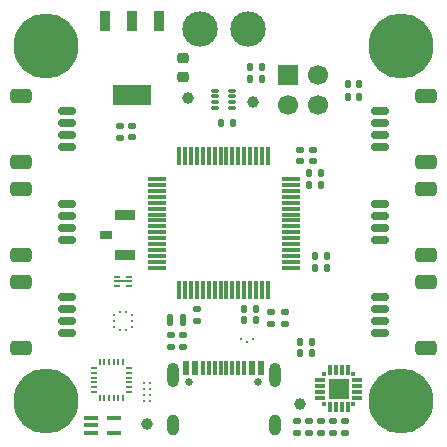
<source format=gbr>
%TF.GenerationSoftware,KiCad,Pcbnew,9.0.1*%
%TF.CreationDate,2025-05-02T13:40:16-04:00*%
%TF.ProjectId,Control Board V2,436f6e74-726f-46c2-9042-6f6172642056,rev?*%
%TF.SameCoordinates,Original*%
%TF.FileFunction,Soldermask,Top*%
%TF.FilePolarity,Negative*%
%FSLAX46Y46*%
G04 Gerber Fmt 4.6, Leading zero omitted, Abs format (unit mm)*
G04 Created by KiCad (PCBNEW 9.0.1) date 2025-05-02 13:40:16*
%MOMM*%
%LPD*%
G01*
G04 APERTURE LIST*
G04 Aperture macros list*
%AMRoundRect*
0 Rectangle with rounded corners*
0 $1 Rounding radius*
0 $2 $3 $4 $5 $6 $7 $8 $9 X,Y pos of 4 corners*
0 Add a 4 corners polygon primitive as box body*
4,1,4,$2,$3,$4,$5,$6,$7,$8,$9,$2,$3,0*
0 Add four circle primitives for the rounded corners*
1,1,$1+$1,$2,$3*
1,1,$1+$1,$4,$5*
1,1,$1+$1,$6,$7*
1,1,$1+$1,$8,$9*
0 Add four rect primitives between the rounded corners*
20,1,$1+$1,$2,$3,$4,$5,0*
20,1,$1+$1,$4,$5,$6,$7,0*
20,1,$1+$1,$6,$7,$8,$9,0*
20,1,$1+$1,$8,$9,$2,$3,0*%
G04 Aperture macros list end*
%ADD10RoundRect,0.147500X0.147500X0.172500X-0.147500X0.172500X-0.147500X-0.172500X0.147500X-0.172500X0*%
%ADD11RoundRect,0.135000X-0.135000X-0.185000X0.135000X-0.185000X0.135000X0.185000X-0.135000X0.185000X0*%
%ADD12RoundRect,0.150000X0.625000X-0.150000X0.625000X0.150000X-0.625000X0.150000X-0.625000X-0.150000X0*%
%ADD13RoundRect,0.250000X0.650000X-0.350000X0.650000X0.350000X-0.650000X0.350000X-0.650000X-0.350000X0*%
%ADD14RoundRect,0.140000X0.140000X0.170000X-0.140000X0.170000X-0.140000X-0.170000X0.140000X-0.170000X0*%
%ADD15RoundRect,0.140000X0.170000X-0.140000X0.170000X0.140000X-0.170000X0.140000X-0.170000X-0.140000X0*%
%ADD16C,0.226000*%
%ADD17C,1.700000*%
%ADD18R,1.700000X1.700000*%
%ADD19RoundRect,0.075000X-0.175000X-0.425000X0.175000X-0.425000X0.175000X0.425000X-0.175000X0.425000X0*%
%ADD20RoundRect,0.135000X0.135000X0.185000X-0.135000X0.185000X-0.135000X-0.185000X0.135000X-0.185000X0*%
%ADD21RoundRect,0.150000X-0.625000X0.150000X-0.625000X-0.150000X0.625000X-0.150000X0.625000X0.150000X0*%
%ADD22RoundRect,0.250000X-0.650000X0.350000X-0.650000X-0.350000X0.650000X-0.350000X0.650000X0.350000X0*%
%ADD23C,1.000000*%
%ADD24RoundRect,0.147500X-0.172500X0.147500X-0.172500X-0.147500X0.172500X-0.147500X0.172500X0.147500X0*%
%ADD25C,5.500000*%
%ADD26RoundRect,0.140000X-0.170000X0.140000X-0.170000X-0.140000X0.170000X-0.140000X0.170000X0.140000X0*%
%ADD27RoundRect,0.050000X0.285000X0.100000X-0.285000X0.100000X-0.285000X-0.100000X0.285000X-0.100000X0*%
%ADD28RoundRect,0.135000X0.185000X-0.135000X0.185000X0.135000X-0.185000X0.135000X-0.185000X-0.135000X0*%
%ADD29R,0.300000X0.300000*%
%ADD30R,0.900000X0.300000*%
%ADD31R,0.300000X0.900000*%
%ADD32R,1.800000X1.800000*%
%ADD33RoundRect,0.140000X-0.140000X-0.170000X0.140000X-0.170000X0.140000X0.170000X-0.140000X0.170000X0*%
%ADD34R,0.600000X0.200000*%
%ADD35R,1.600000X0.200000*%
%ADD36R,0.250000X0.275000*%
%ADD37R,0.275000X0.250000*%
%ADD38R,0.200000X0.200000*%
%ADD39R,0.950000X1.750000*%
%ADD40R,3.250000X1.750000*%
%ADD41C,0.650000*%
%ADD42R,0.600000X1.240000*%
%ADD43R,0.300000X1.240000*%
%ADD44O,1.000000X2.100000*%
%ADD45O,1.000000X1.800000*%
%ADD46RoundRect,0.075000X0.075000X-0.700000X0.075000X0.700000X-0.075000X0.700000X-0.075000X-0.700000X0*%
%ADD47RoundRect,0.075000X0.700000X-0.075000X0.700000X0.075000X-0.700000X0.075000X-0.700000X-0.075000X0*%
%ADD48R,1.150000X0.400000*%
%ADD49R,1.700000X0.900000*%
%ADD50R,1.100000X0.800000*%
%ADD51O,3.000000X3.000000*%
%ADD52RoundRect,0.050000X-0.225000X-0.050000X0.225000X-0.050000X0.225000X0.050000X-0.225000X0.050000X0*%
%ADD53RoundRect,0.050000X0.050000X-0.225000X0.050000X0.225000X-0.050000X0.225000X-0.050000X-0.225000X0*%
%ADD54RoundRect,0.135000X-0.185000X0.135000X-0.185000X-0.135000X0.185000X-0.135000X0.185000X0.135000X0*%
%ADD55RoundRect,0.225000X-0.250000X0.225000X-0.250000X-0.225000X0.250000X-0.225000X0.250000X0.225000X0*%
G04 APERTURE END LIST*
D10*
%TO.C,D3*%
X82470000Y-123000000D03*
X81500000Y-123000000D03*
%TD*%
D11*
%TO.C,R17*%
X77240000Y-99750000D03*
X78260000Y-99750000D03*
%TD*%
D12*
%TO.C,J38*%
X88250000Y-121250000D03*
X88250000Y-120250000D03*
X88250000Y-119250000D03*
X88250000Y-118250000D03*
D13*
X92125000Y-122550000D03*
X92125000Y-116950000D03*
%TD*%
D14*
%TO.C,C14*%
X83230000Y-108750000D03*
X82270000Y-108750000D03*
%TD*%
D12*
%TO.C,J39*%
X88250000Y-113375000D03*
X88250000Y-112375000D03*
X88250000Y-111375000D03*
X88250000Y-110375000D03*
D13*
X92125000Y-114675000D03*
X92125000Y-109075000D03*
%TD*%
D15*
%TO.C,C20*%
X81500000Y-106730000D03*
X81500000Y-105770000D03*
%TD*%
D16*
%TO.C,IC2*%
X68250000Y-125500000D03*
X68750000Y-125500000D03*
X68250000Y-126000000D03*
X68750000Y-126000000D03*
X68250000Y-126500000D03*
X68750000Y-126500000D03*
X68250000Y-127000000D03*
X68750000Y-127000000D03*
%TD*%
D17*
%TO.C,J1*%
X83000000Y-99460000D03*
X83000000Y-102000000D03*
X80460000Y-102000000D03*
D18*
X80460000Y-99460000D03*
%TD*%
D19*
%TO.C,Y1*%
X70500000Y-120200000D03*
X71600000Y-120200000D03*
%TD*%
D12*
%TO.C,J40*%
X88250000Y-105500000D03*
X88250000Y-104500000D03*
X88250000Y-103500000D03*
X88250000Y-102500000D03*
D13*
X92125000Y-106800000D03*
X92125000Y-101200000D03*
%TD*%
D14*
%TO.C,C12*%
X77730000Y-120190000D03*
X76770000Y-120190000D03*
%TD*%
D20*
%TO.C,R15*%
X75770000Y-103500000D03*
X74750000Y-103500000D03*
%TD*%
D21*
%TO.C,J36*%
X61750000Y-110375000D03*
X61750000Y-111375000D03*
X61750000Y-112375000D03*
X61750000Y-113375000D03*
D22*
X57875000Y-109075000D03*
X57875000Y-114675000D03*
%TD*%
D15*
%TO.C,C21*%
X82560000Y-106730000D03*
X82560000Y-105770000D03*
%TD*%
D11*
%TO.C,R16*%
X77240000Y-98750000D03*
X78260000Y-98750000D03*
%TD*%
D21*
%TO.C,J34*%
X61750000Y-118250000D03*
X61750000Y-119250000D03*
X61750000Y-120250000D03*
X61750000Y-121250000D03*
D22*
X57875000Y-116950000D03*
X57875000Y-122550000D03*
%TD*%
D23*
%TO.C,TP4*%
X68500000Y-129000000D03*
%TD*%
%TO.C,TP3*%
X81500000Y-127250000D03*
%TD*%
D24*
%TO.C,D7*%
X67250000Y-103750000D03*
X67250000Y-104720000D03*
%TD*%
D25*
%TO.C,H2*%
X60000000Y-97000000D03*
%TD*%
D26*
%TO.C,C10*%
X70510000Y-121470000D03*
X70510000Y-122430000D03*
%TD*%
D14*
%TO.C,C13*%
X77730000Y-119250000D03*
X76770000Y-119250000D03*
%TD*%
D25*
%TO.C,H1*%
X90000000Y-127000000D03*
%TD*%
D27*
%TO.C,U6*%
X75730000Y-102250000D03*
X75730000Y-101750000D03*
X75730000Y-101250000D03*
X75730000Y-100750000D03*
X74250000Y-100750000D03*
X74250000Y-101250000D03*
X74250000Y-101750000D03*
X74250000Y-102250000D03*
%TD*%
D28*
%TO.C,R11*%
X81250000Y-129760000D03*
X81250000Y-128740000D03*
%TD*%
D29*
%TO.C,U3*%
X83500000Y-124750000D03*
D30*
X83200000Y-125250000D03*
X83200000Y-125750000D03*
X83200000Y-126250000D03*
X83200000Y-126750000D03*
D29*
X83500000Y-127250000D03*
D31*
X84000000Y-127550000D03*
X84500000Y-127550000D03*
X85000000Y-127550000D03*
X85500000Y-127550000D03*
D29*
X86000000Y-127250000D03*
D30*
X86300000Y-126750000D03*
X86300000Y-126250000D03*
X86300000Y-125750000D03*
X86300000Y-125250000D03*
D29*
X86000000Y-124750000D03*
D31*
X85500000Y-124450000D03*
X85000000Y-124450000D03*
X84500000Y-124450000D03*
X84000000Y-124450000D03*
D32*
X84750000Y-126000000D03*
%TD*%
D26*
%TO.C,C29*%
X83260000Y-128770000D03*
X83260000Y-129730000D03*
%TD*%
D33*
%TO.C,C18*%
X82770000Y-114780000D03*
X83730000Y-114780000D03*
%TD*%
D26*
%TO.C,C28*%
X84250000Y-128770000D03*
X84250000Y-129730000D03*
%TD*%
D28*
%TO.C,R1*%
X72750000Y-120260000D03*
X72750000Y-119240000D03*
%TD*%
D34*
%TO.C,IC4*%
X66000000Y-116500000D03*
D35*
X66500000Y-116900000D03*
D34*
X66000000Y-117300000D03*
X67000000Y-117300000D03*
X67000000Y-116500000D03*
%TD*%
D36*
%TO.C,IC3*%
X66762000Y-119487000D03*
X66262000Y-119487000D03*
D37*
X65750000Y-119750000D03*
X65750000Y-120250000D03*
X65750000Y-120750000D03*
D36*
X66262000Y-121013000D03*
X66762000Y-121013000D03*
D37*
X67274000Y-120750000D03*
X67274000Y-120250000D03*
X67274000Y-119750000D03*
%TD*%
D14*
%TO.C,C15*%
X83230000Y-107720000D03*
X82270000Y-107720000D03*
%TD*%
D28*
%TO.C,R10*%
X85250000Y-129760000D03*
X85250000Y-128740000D03*
%TD*%
D38*
%TO.C,D2*%
X77000000Y-122000000D03*
X77500000Y-121750000D03*
X76500000Y-121750000D03*
%TD*%
D23*
%TO.C,TP2*%
X77500000Y-101750000D03*
%TD*%
%TO.C,TP1*%
X72000000Y-101400000D03*
%TD*%
D39*
%TO.C,IC5*%
X69550000Y-94850000D03*
X67250000Y-94850000D03*
X64950000Y-94850000D03*
D40*
X67250000Y-101150000D03*
%TD*%
D41*
%TO.C,J35*%
X72110000Y-125395000D03*
X77890000Y-125395000D03*
D42*
X71800000Y-124275000D03*
X72600000Y-124275000D03*
D43*
X73750000Y-124275000D03*
X74750000Y-124275000D03*
X75250000Y-124275000D03*
X76250000Y-124275000D03*
D42*
X77400000Y-124275000D03*
X78200000Y-124275000D03*
X78200000Y-124275000D03*
X77400000Y-124275000D03*
D43*
X76750000Y-124275000D03*
X75750000Y-124275000D03*
X74250000Y-124275000D03*
X73250000Y-124275000D03*
D42*
X72600000Y-124275000D03*
X71800000Y-124275000D03*
D44*
X70680000Y-124875000D03*
D45*
X70680000Y-129075000D03*
D44*
X79320000Y-124875000D03*
D45*
X79320000Y-129075000D03*
%TD*%
D46*
%TO.C,U2*%
X71250001Y-117675000D03*
X71750000Y-117675000D03*
X72250000Y-117675000D03*
X72750000Y-117675000D03*
X73250000Y-117675000D03*
X73750001Y-117675000D03*
X74250000Y-117675000D03*
X74750000Y-117675000D03*
X75250000Y-117675000D03*
X75750000Y-117675000D03*
X76249999Y-117675000D03*
X76750000Y-117675000D03*
X77250000Y-117675000D03*
X77750000Y-117675000D03*
X78250000Y-117675000D03*
X78749999Y-117675000D03*
D47*
X80675000Y-115749999D03*
X80675000Y-115250000D03*
X80675000Y-114750000D03*
X80675000Y-114250000D03*
X80675000Y-113750000D03*
X80675000Y-113249999D03*
X80675000Y-112750000D03*
X80675000Y-112250000D03*
X80675000Y-111750000D03*
X80675000Y-111250000D03*
X80675000Y-110750001D03*
X80675000Y-110250000D03*
X80675000Y-109750000D03*
X80675000Y-109250000D03*
X80675000Y-108750000D03*
X80675000Y-108250001D03*
D46*
X78749999Y-106325000D03*
X78250000Y-106325000D03*
X77750000Y-106325000D03*
X77250000Y-106325000D03*
X76750000Y-106325000D03*
X76249999Y-106325000D03*
X75750000Y-106325000D03*
X75250000Y-106325000D03*
X74750000Y-106325000D03*
X74250000Y-106325000D03*
X73750001Y-106325000D03*
X73250000Y-106325000D03*
X72750000Y-106325000D03*
X72250000Y-106325000D03*
X71750000Y-106325000D03*
X71250001Y-106325000D03*
D47*
X69325000Y-108250001D03*
X69325000Y-108750000D03*
X69325000Y-109250000D03*
X69325000Y-109750000D03*
X69325000Y-110250000D03*
X69325000Y-110750001D03*
X69325000Y-111250000D03*
X69325000Y-111750000D03*
X69325000Y-112250000D03*
X69325000Y-112750000D03*
X69325000Y-113249999D03*
X69325000Y-113750000D03*
X69325000Y-114250000D03*
X69325000Y-114750000D03*
X69325000Y-115250000D03*
X69325000Y-115749999D03*
%TD*%
D25*
%TO.C,H4*%
X90000000Y-97000000D03*
%TD*%
D48*
%TO.C,IC1*%
X63800000Y-128450000D03*
X63800000Y-129100000D03*
X63800000Y-129750000D03*
X65700000Y-129750000D03*
X65700000Y-128450000D03*
%TD*%
D49*
%TO.C,SW2*%
X66650000Y-111300000D03*
X66650000Y-114700000D03*
D50*
X65010000Y-113000000D03*
%TD*%
D28*
%TO.C,R14*%
X80170000Y-120510000D03*
X80170000Y-119490000D03*
%TD*%
D33*
%TO.C,C26*%
X85500000Y-100200000D03*
X86460000Y-100200000D03*
%TD*%
D51*
%TO.C,BT1*%
X72968000Y-95500000D03*
X77032000Y-95500000D03*
%TD*%
D52*
%TO.C,U1*%
X64000000Y-124250000D03*
X64000000Y-124650000D03*
X64000000Y-125050000D03*
X64000000Y-125450000D03*
X64000000Y-125850000D03*
X64000000Y-126250000D03*
D53*
X64500000Y-126750000D03*
X64900000Y-126750000D03*
X65300000Y-126750000D03*
X65700000Y-126750000D03*
X66100000Y-126750000D03*
X66500000Y-126750000D03*
D52*
X67000000Y-126250000D03*
X67000000Y-125850000D03*
X67000000Y-125450000D03*
X67000000Y-125050000D03*
X67000000Y-124650000D03*
X67000000Y-124250000D03*
D53*
X66500000Y-123750000D03*
X66100000Y-123750000D03*
X65700000Y-123750000D03*
X65300000Y-123750000D03*
X64900000Y-123750000D03*
X64500000Y-123750000D03*
%TD*%
D54*
%TO.C,R12*%
X82260000Y-128740000D03*
X82260000Y-129760000D03*
%TD*%
D10*
%TO.C,D4*%
X82485000Y-122000000D03*
X81515000Y-122000000D03*
%TD*%
D28*
%TO.C,R13*%
X79000000Y-120510000D03*
X79000000Y-119490000D03*
%TD*%
D33*
%TO.C,C27*%
X85500000Y-101290000D03*
X86460000Y-101290000D03*
%TD*%
D55*
%TO.C,C32*%
X71600000Y-98025000D03*
X71600000Y-99575000D03*
%TD*%
D33*
%TO.C,C19*%
X82770000Y-115750000D03*
X83730000Y-115750000D03*
%TD*%
D26*
%TO.C,C34*%
X71550000Y-121470000D03*
X71550000Y-122430000D03*
%TD*%
D28*
%TO.C,R23*%
X66250000Y-104745000D03*
X66250000Y-103725000D03*
%TD*%
D21*
%TO.C,J37*%
X61750000Y-102500000D03*
X61750000Y-103500000D03*
X61750000Y-104500000D03*
X61750000Y-105500000D03*
D22*
X57875000Y-101200000D03*
X57875000Y-106800000D03*
%TD*%
D25*
%TO.C,H3*%
X60000000Y-127000000D03*
%TD*%
M02*

</source>
